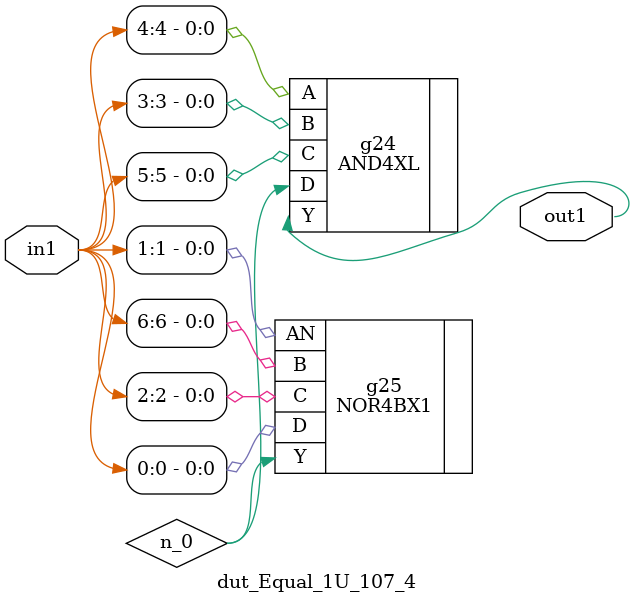
<source format=v>
`timescale 1ps / 1ps


module dut_Equal_1U_107_4(in1, out1);
  input [6:0] in1;
  output out1;
  wire [6:0] in1;
  wire out1;
  wire n_0;
  AND4XL g24(.A (in1[4]), .B (in1[3]), .C (in1[5]), .D (n_0), .Y
       (out1));
  NOR4BX1 g25(.AN (in1[1]), .B (in1[6]), .C (in1[2]), .D (in1[0]), .Y
       (n_0));
endmodule



</source>
